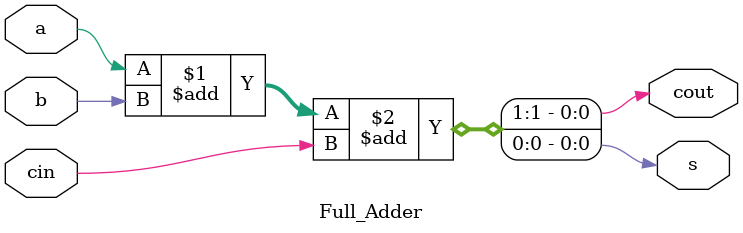
<source format=v>
module part3(LEDR, SW);
	input [9:0] SW;
	output [9:0] LEDR;
	wire [3:0] a, b, s;
	wire [4:0] c;
	
	assign a = SW[7:4];
	assign b = SW[3:0];
	assign c[0] = SW[8];
	
	Full_Adder F0(a[0], b[0], c[0], c[1], s[0]);
	Full_Adder F1(a[1], b[1], c[1], c[2], s[1]);
	Full_Adder F2(a[2], b[2], c[2], c[3], s[2]);
	Full_Adder F3(a[3], b[3], c[3], c[4], s[3]);
	
	assign LEDR [3:0] = s[3:0];
	assign LEDR [4] = c[4];
	assign LEDR [9:5] = 1'b0;
	
endmodule

module Full_Adder(a, b, cin, cout, s);
	
	input a, b, cin;
	output cout, s;
	
	assign {cout, s} = a + b + cin;
	
endmodule
</source>
